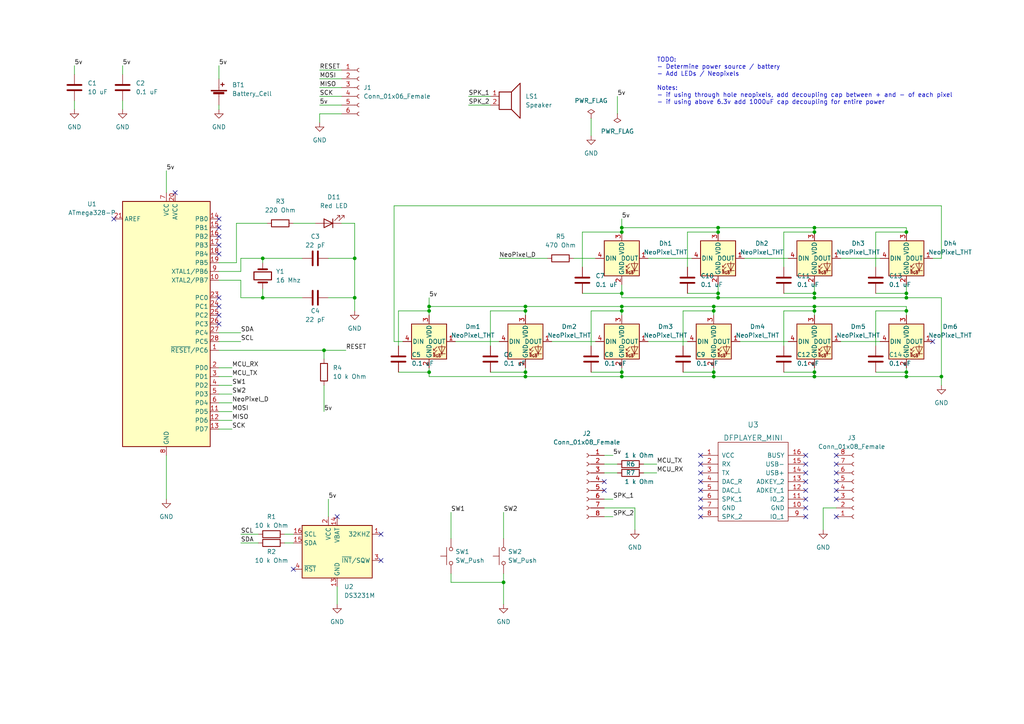
<source format=kicad_sch>
(kicad_sch (version 20211123) (generator eeschema)
  (paper "A4")
  (title_block (title "JoeyFrank - Pimple Clock Circuit") (date "2022-12-23") (rev "1") (company "DCR"))
  (lib_symbols
    (symbol "Connector:Conn_01x06_Female" (pin_names (offset 1.016) hide)
      (property "Reference" "J" (at 0 7.62 0))
      (property "Value" "Conn_01x06_Female" (at 0 -10.16 0))
      (symbol "Conn_01x06_Female_1_1"
        (arc (start 0 -7.112) (mid -0.508 -7.62) (end 0 -8.128) (stroke (width 0.1524)))
        (arc (start 0 -4.572) (mid -0.508 -5.08) (end 0 -5.588) (stroke (width 0.1524)))
        (arc (start 0 -2.032) (mid -0.508 -2.54) (end 0 -3.048) (stroke (width 0.1524)))
        (polyline (pts (xy -1.27 -7.62) (xy -0.508 -7.62)) (stroke (width 0.1524)))
        (polyline (pts (xy -1.27 -5.08) (xy -0.508 -5.08)) (stroke (width 0.1524)))
        (polyline (pts (xy -1.27 -2.54) (xy -0.508 -2.54)) (stroke (width 0.1524)))
        (polyline (pts (xy -1.27 0) (xy -0.508 0)) (stroke (width 0.1524)))
        (polyline (pts (xy -1.27 2.54) (xy -0.508 2.54)) (stroke (width 0.1524)))
        (polyline (pts (xy -1.27 5.08) (xy -0.508 5.08)) (stroke (width 0.1524)))
        (arc (start 0 0.508) (mid -0.508 0) (end 0 -0.508) (stroke (width 0.1524)))
        (arc (start 0 3.048) (mid -0.508 2.54) (end 0 2.032) (stroke (width 0.1524)))
        (arc (start 0 5.588) (mid -0.508 5.08) (end 0 4.572) (stroke (width 0.1524)))
        (pin passive line (at -5.08 5.08 0) (length 3.81) (name "Pin_1") (number "1"))
        (pin passive line (at -5.08 2.54 0) (length 3.81) (name "Pin_2") (number "2"))
        (pin passive line (at -5.08 0 0) (length 3.81) (name "Pin_3") (number "3"))
        (pin passive line (at -5.08 -2.54 0) (length 3.81) (name "Pin_4") (number "4"))
        (pin passive line (at -5.08 -5.08 0) (length 3.81) (name "Pin_5") (number "5"))
        (pin passive line (at -5.08 -7.62 0) (length 3.81) (name "Pin_6") (number "6"))
      )
    )
    (symbol "Connector:Conn_01x08_Female" (pin_names (offset 1.016) hide)
      (property "Reference" "J" (at 0 10.16 0))
      (property "Value" "Conn_01x08_Female" (at 0 -12.7 0))
      (symbol "Conn_01x08_Female_1_1"
        (arc (start 0 -9.652) (mid -0.508 -10.16) (end 0 -10.668) (stroke (width 0.1524)))
        (arc (start 0 -7.112) (mid -0.508 -7.62) (end 0 -8.128) (stroke (width 0.1524)))
        (arc (start 0 -4.572) (mid -0.508 -5.08) (end 0 -5.588) (stroke (width 0.1524)))
        (arc (start 0 -2.032) (mid -0.508 -2.54) (end 0 -3.048) (stroke (width 0.1524)))
        (polyline (pts (xy -1.27 -10.16) (xy -0.508 -10.16)) (stroke (width 0.1524)))
        (polyline (pts (xy -1.27 -7.62) (xy -0.508 -7.62)) (stroke (width 0.1524)))
        (polyline (pts (xy -1.27 -5.08) (xy -0.508 -5.08)) (stroke (width 0.1524)))
        (polyline (pts (xy -1.27 -2.54) (xy -0.508 -2.54)) (stroke (width 0.1524)))
        (polyline (pts (xy -1.27 0) (xy -0.508 0)) (stroke (width 0.1524)))
        (polyline (pts (xy -1.27 2.54) (xy -0.508 2.54)) (stroke (width 0.1524)))
        (polyline (pts (xy -1.27 5.08) (xy -0.508 5.08)) (stroke (width 0.1524)))
        (polyline (pts (xy -1.27 7.62) (xy -0.508 7.62)) (stroke (width 0.1524)))
        (arc (start 0 0.508) (mid -0.508 0) (end 0 -0.508) (stroke (width 0.1524)))
        (arc (start 0 3.048) (mid -0.508 2.54) (end 0 2.032) (stroke (width 0.1524)))
        (arc (start 0 5.588) (mid -0.508 5.08) (end 0 4.572) (stroke (width 0.1524)))
        (arc (start 0 8.128) (mid -0.508 7.62) (end 0 7.112) (stroke (width 0.1524)))
        (pin passive line (at -5.08 7.62 0) (length 3.81) (name "Pin_1") (number "1"))
        (pin passive line (at -5.08 5.08 0) (length 3.81) (name "Pin_2") (number "2"))
        (pin passive line (at -5.08 2.54 0) (length 3.81) (name "Pin_3") (number "3"))
        (pin passive line (at -5.08 0 0) (length 3.81) (name "Pin_4") (number "4"))
        (pin passive line (at -5.08 -2.54 0) (length 3.81) (name "Pin_5") (number "5"))
        (pin passive line (at -5.08 -5.08 0) (length 3.81) (name "Pin_6") (number "6"))
        (pin passive line (at -5.08 -7.62 0) (length 3.81) (name "Pin_7") (number "7"))
        (pin passive line (at -5.08 -10.16 0) (length 3.81) (name "Pin_8") (number "8"))
      )
    )
    (symbol "Device:Battery_Cell" (pin_numbers hide) (pin_names (offset 0) hide)
      (property "Reference" "BT" (at 2.54 2.54 0))
      (property "Value" "Battery_Cell" (at 2.54 0 0))
      (symbol "Battery_Cell_0_1"
        (rectangle (start -2.286 1.778) (end 2.286 1.524) (fill (type outline)))
        (rectangle (start -1.5748 1.1938) (end 1.4732 0.6858) (fill (type outline)))
        (polyline (pts (xy 0 0.762) (xy 0 0)))
        (polyline (pts (xy 0 1.778) (xy 0 2.54)))
        (polyline (pts (xy 0.508 3.429) (xy 1.524 3.429)) (stroke (width 0.254)))
        (polyline (pts (xy 1.016 3.937) (xy 1.016 2.921)) (stroke (width 0.254)))
      )
      (symbol "Battery_Cell_1_1"
        (pin passive line (at 0 5.08 270) (length 2.54) (name "+") (number "1"))
        (pin passive line (at 0 -2.54 90) (length 2.54) (name "-") (number "2"))
      )
    )
    (symbol "Device:C" (pin_numbers hide) (pin_names (offset 0.254))
      (property "Reference" "C" (at 0.635 2.54 0))
      (property "Value" "C" (at 0.635 -2.54 0))
      (symbol "C_0_1"
        (polyline (pts (xy -2.032 -0.762) (xy 2.032 -0.762)) (stroke (width 0.508)))
        (polyline (pts (xy -2.032 0.762) (xy 2.032 0.762)) (stroke (width 0.508)))
      )
      (symbol "C_1_1"
        (pin passive line (at 0 3.81 270) (length 2.794) (name "~") (number "1"))
        (pin passive line (at 0 -3.81 90) (length 2.794) (name "~") (number "2"))
      )
    )
    (symbol "Device:Crystal" (pin_numbers hide) (pin_names (offset 1.016) hide)
      (property "Reference" "Y" (at 0 3.81 0))
      (property "Value" "Crystal" (at 0 -3.81 0))
      (symbol "Crystal_0_1"
        (rectangle (start -1.143 2.54) (end 1.143 -2.54) (stroke (width 0.3048)))
        (polyline (pts (xy -2.54 0) (xy -1.905 0)))
        (polyline (pts (xy -1.905 -1.27) (xy -1.905 1.27)) (stroke (width 0.508)))
        (polyline (pts (xy 1.905 -1.27) (xy 1.905 1.27)) (stroke (width 0.508)))
        (polyline (pts (xy 2.54 0) (xy 1.905 0)))
      )
      (symbol "Crystal_1_1"
        (pin passive line (at -3.81 0 0) (length 1.27) (name "1") (number "1"))
        (pin passive line (at 3.81 0 180) (length 1.27) (name "2") (number "2"))
      )
    )
    (symbol "Device:LED" (pin_numbers hide) (pin_names (offset 1.016) hide)
      (property "Reference" "D" (at 0 2.54 0))
      (property "Value" "LED" (at 0 -2.54 0))
      (symbol "LED_0_1"
        (polyline (pts (xy -1.27 -1.27) (xy -1.27 1.27)) (stroke (width 0.254)))
        (polyline (pts (xy -1.27 0) (xy 1.27 0)))
        (polyline (pts (xy 1.27 -1.27) (xy 1.27 1.27) (xy -1.27 0) (xy 1.27 -1.27)) (stroke (width 0.254)))
        (polyline (pts (xy -3.048 -0.762) (xy -4.572 -2.286) (xy -3.81 -2.286) (xy -4.572 -2.286) (xy -4.572 -1.524)))
        (polyline (pts (xy -1.778 -0.762) (xy -3.302 -2.286) (xy -2.54 -2.286) (xy -3.302 -2.286) (xy -3.302 -1.524)))
      )
      (symbol "LED_1_1"
        (pin passive line (at -3.81 0 0) (length 2.54) (name "K") (number "1"))
        (pin passive line (at 3.81 0 180) (length 2.54) (name "A") (number "2"))
      )
    )
    (symbol "Device:R" (pin_numbers hide) (pin_names (offset 0))
      (property "Reference" "R" (at 2.032 0 90))
      (property "Value" "R" (at 0 0 90))
      (symbol "R_0_1"
        (rectangle (start -1.016 -2.54) (end 1.016 2.54) (stroke (width 0.254)))
      )
      (symbol "R_1_1"
        (pin passive line (at 0 3.81 270) (length 1.27) (name "~") (number "1"))
        (pin passive line (at 0 -3.81 90) (length 1.27) (name "~") (number "2"))
      )
    )
    (symbol "Device:Speaker" (pin_names (offset 0) hide)
      (property "Reference" "LS" (at 1.27 5.715 0))
      (property "Value" "Speaker" (at 1.27 3.81 0))
      (symbol "Speaker_0_0"
        (rectangle (start -2.54 1.27) (end 1.016 -3.81) (stroke (width 0.254)))
        (polyline (pts (xy 1.016 1.27) (xy 3.556 3.81) (xy 3.556 -6.35) (xy 1.016 -3.81)) (stroke (width 0.254)))
      )
      (symbol "Speaker_1_1"
        (pin input line (at -5.08 0 0) (length 2.54) (name "1") (number "1"))
        (pin input line (at -5.08 -2.54 0) (length 2.54) (name "2") (number "2"))
      )
    )
    (symbol "LED:NeoPixel_THT" (pin_names (offset 0.254))
      (property "Reference" "D" (at 5.08 5.715 0))
      (property "Value" "NeoPixel_THT" (at 1.27 -5.715 0))
      (symbol "NeoPixel_THT_0_0"
        (text "RGB" (at 2.286 -4.191 0) (effects (font (size 0.762 0.762))))
      )
      (symbol "NeoPixel_THT_0_1"
        (polyline (pts (xy 1.27 -3.556) (xy 1.778 -3.556)))
        (polyline (pts (xy 1.27 -2.54) (xy 1.778 -2.54)))
        (polyline (pts (xy 4.699 -3.556) (xy 2.667 -3.556)))
        (polyline (pts (xy 2.286 -2.54) (xy 1.27 -3.556) (xy 1.27 -3.048)))
        (polyline (pts (xy 2.286 -1.524) (xy 1.27 -2.54) (xy 1.27 -2.032)))
        (polyline (pts (xy 3.683 -1.016) (xy 3.683 -3.556) (xy 3.683 -4.064)))
        (polyline (pts (xy 4.699 -1.524) (xy 2.667 -1.524) (xy 3.683 -3.556) (xy 4.699 -1.524)))
        (rectangle (start 5.08 5.08) (end -5.08 -5.08) (stroke (width 0.254)) (fill (type background)))
      )
      (symbol "NeoPixel_THT_1_1"
        (pin output line (at 7.62 0 180) (length 2.54) (name "DOUT") (number "1"))
        (pin power_in line (at 0 -7.62 90) (length 2.54) (name "GND") (number "2"))
        (pin power_in line (at 0 7.62 270) (length 2.54) (name "VDD") (number "3"))
        (pin input line (at -7.62 0 0) (length 2.54) (name "DIN") (number "4"))
      )
    )
    (symbol "MCU_Microchip_ATmega:ATmega328-P"
      (property "Reference" "U" (at -12.7 36.83 0))
      (property "Value" "ATmega328-P" (at 2.54 -36.83 0))
      (symbol "ATmega328-P_0_1"
        (rectangle (start -12.7 -35.56) (end 12.7 35.56) (stroke (width 0.254)) (fill (type background)))
      )
      (symbol "ATmega328-P_1_1"
        (pin bidirectional line (at 15.24 -7.62 180) (length 2.54) (name "~{RESET}/PC6") (number "1"))
        (pin bidirectional line (at 15.24 12.7 180) (length 2.54) (name "XTAL2/PB7") (number "10"))
        (pin bidirectional line (at 15.24 -25.4 180) (length 2.54) (name "PD5") (number "11"))
        (pin bidirectional line (at 15.24 -27.94 180) (length 2.54) (name "PD6") (number "12"))
        (pin bidirectional line (at 15.24 -30.48 180) (length 2.54) (name "PD7") (number "13"))
        (pin bidirectional line (at 15.24 30.48 180) (length 2.54) (name "PB0") (number "14"))
        (pin bidirectional line (at 15.24 27.94 180) (length 2.54) (name "PB1") (number "15"))
        (pin bidirectional line (at 15.24 25.4 180) (length 2.54) (name "PB2") (number "16"))
        (pin bidirectional line (at 15.24 22.86 180) (length 2.54) (name "PB3") (number "17"))
        (pin bidirectional line (at 15.24 20.32 180) (length 2.54) (name "PB4") (number "18"))
        (pin bidirectional line (at 15.24 17.78 180) (length 2.54) (name "PB5") (number "19"))
        (pin bidirectional line (at 15.24 -12.7 180) (length 2.54) (name "PD0") (number "2"))
        (pin power_in line (at 2.54 38.1 270) (length 2.54) (name "AVCC") (number "20"))
        (pin passive line (at -15.24 30.48 0) (length 2.54) (name "AREF") (number "21"))
        (pin passive line (at 0 -38.1 90) (length 2.54) hide (name "GND") (number "22"))
        (pin bidirectional line (at 15.24 7.62 180) (length 2.54) (name "PC0") (number "23"))
        (pin bidirectional line (at 15.24 5.08 180) (length 2.54) (name "PC1") (number "24"))
        (pin bidirectional line (at 15.24 2.54 180) (length 2.54) (name "PC2") (number "25"))
        (pin bidirectional line (at 15.24 0 180) (length 2.54) (name "PC3") (number "26"))
        (pin bidirectional line (at 15.24 -2.54 180) (length 2.54) (name "PC4") (number "27"))
        (pin bidirectional line (at 15.24 -5.08 180) (length 2.54) (name "PC5") (number "28"))
        (pin bidirectional line (at 15.24 -15.24 180) (length 2.54) (name "PD1") (number "3"))
        (pin bidirectional line (at 15.24 -17.78 180) (length 2.54) (name "PD2") (number "4"))
        (pin bidirectional line (at 15.24 -20.32 180) (length 2.54) (name "PD3") (number "5"))
        (pin bidirectional line (at 15.24 -22.86 180) (length 2.54) (name "PD4") (number "6"))
        (pin power_in line (at 0 38.1 270) (length 2.54) (name "VCC") (number "7"))
        (pin power_in line (at 0 -38.1 90) (length 2.54) (name "GND") (number "8"))
        (pin bidirectional line (at 15.24 15.24 180) (length 2.54) (name "XTAL1/PB6") (number "9"))
      )
    )
    (symbol "Misc_ICs:DFPLAYER_MINI" (pin_names (offset 1.016))
      (property "Reference" "U" (at 0 -6.35 0))
      (property "Value" "DFPLAYER_MINI" (at 0 11.43 0))
      (symbol "DFPLAYER_MINI_0_1"
        (rectangle (start -10.16 -10.16) (end 10.16 12.7))
      )
      (symbol "DFPLAYER_MINI_1_1"
        (pin input line (at -15.24 8.89 0) (length 5.08) (name "VCC") (number "1"))
        (pin input line (at 15.24 -6.35 180) (length 5.08) (name "GND") (number "10"))
        (pin input line (at 15.24 -3.81 180) (length 5.08) (name "IO_2") (number "11"))
        (pin input line (at 15.24 -1.27 180) (length 5.08) (name "ADKEY_1") (number "12"))
        (pin input line (at 15.24 1.27 180) (length 5.08) (name "ADKEY_2") (number "13"))
        (pin input line (at 15.24 3.81 180) (length 5.08) (name "USB+") (number "14"))
        (pin input line (at 15.24 6.35 180) (length 5.08) (name "USB-") (number "15"))
        (pin input line (at 15.24 8.89 180) (length 5.08) (name "BUSY") (number "16"))
        (pin input line (at -15.24 6.35 0) (length 5.08) (name "RX") (number "2"))
        (pin input line (at -15.24 3.81 0) (length 5.08) (name "TX") (number "3"))
        (pin input line (at -15.24 1.27 0) (length 5.08) (name "DAC_R") (number "4"))
        (pin input line (at -15.24 -1.27 0) (length 5.08) (name "DAC_L") (number "5"))
        (pin input line (at -15.24 -3.81 0) (length 5.08) (name "SPK_1") (number "6"))
        (pin input line (at -15.24 -6.35 0) (length 5.08) (name "GND") (number "7"))
        (pin input line (at -15.24 -8.89 0) (length 5.08) (name "SPK_2") (number "8"))
        (pin input line (at 15.24 -8.89 180) (length 5.08) (name "IO_1") (number "9"))
      )
    )
    (symbol "Switch:SW_Push" (pin_numbers hide) (pin_names (offset 1.016) hide)
      (property "Reference" "SW" (at 1.27 2.54 0))
      (property "Value" "SW_Push" (at 0 -1.524 0))
      (symbol "SW_Push_0_1"
        (circle (center -2.032 0) (radius 0.508))
        (polyline (pts (xy 0 1.27) (xy 0 3.048)))
        (polyline (pts (xy 2.54 1.27) (xy -2.54 1.27)))
        (circle (center 2.032 0) (radius 0.508))
        (pin passive line (at -5.08 0 0) (length 2.54) (name "1") (number "1"))
        (pin passive line (at 5.08 0 180) (length 2.54) (name "2") (number "2"))
      )
    )
    (symbol "Timer_RTC:DS3231M"
      (property "Reference" "U" (at -7.62 8.89 0))
      (property "Value" "DS3231M" (at 10.16 8.89 0))
      (symbol "DS3231M_0_1"
        (rectangle (start -10.16 7.62) (end 10.16 -7.62) (stroke (width 0.254)) (fill (type background)))
      )
      (symbol "DS3231M_1_1"
        (pin open_collector line (at 12.7 5.08 180) (length 2.54) (name "32KHZ") (number "1"))
        (pin passive line (at 0 -10.16 90) (length 2.54) hide (name "GND") (number "10"))
        (pin passive line (at 0 -10.16 90) (length 2.54) hide (name "GND") (number "11"))
        (pin passive line (at 0 -10.16 90) (length 2.54) hide (name "GND") (number "12"))
        (pin power_in line (at 0 -10.16 90) (length 2.54) (name "GND") (number "13"))
        (pin power_in line (at 0 10.16 270) (length 2.54) (name "VBAT") (number "14"))
        (pin bidirectional line (at -12.7 2.54 0) (length 2.54) (name "SDA") (number "15"))
        (pin input line (at -12.7 5.08 0) (length 2.54) (name "SCL") (number "16"))
        (pin power_in line (at -2.54 10.16 270) (length 2.54) (name "VCC") (number "2"))
        (pin open_collector line (at 12.7 -2.54 180) (length 2.54) (name "~{INT}/SQW") (number "3"))
        (pin bidirectional line (at -12.7 -5.08 0) (length 2.54) (name "~{RST}") (number "4"))
        (pin passive line (at 0 -10.16 90) (length 2.54) hide (name "GND") (number "5"))
        (pin passive line (at 0 -10.16 90) (length 2.54) hide (name "GND") (number "6"))
        (pin passive line (at 0 -10.16 90) (length 2.54) hide (name "GND") (number "7"))
        (pin passive line (at 0 -10.16 90) (length 2.54) hide (name "GND") (number "8"))
        (pin passive line (at 0 -10.16 90) (length 2.54) hide (name "GND") (number "9"))
      )
    )
    (symbol "power:GND" (power) (pin_names (offset 0))
      (property "Value" "GND" (at 0 -3.81 0))
      (symbol "GND_0_1"
        (polyline (pts (xy 0 0) (xy 0 -1.27) (xy 1.27 -1.27) (xy 0 -2.54) (xy -1.27 -1.27) (xy 0 -1.27)))
      )
      (symbol "GND_1_1"
        (pin power_in line (at 0 0 270) (length 0) hide (name "GND") (number "1"))
      )
    )
    (symbol "power:PWR_FLAG" (power) (pin_numbers hide) (pin_names (offset 0) hide)
      (property "Value" "PWR_FLAG" (at 0 3.81 0))
      (symbol "PWR_FLAG_0_0"
        (pin power_out line (at 0 0 90) (length 0) (name "pwr") (number "1"))
      )
      (symbol "PWR_FLAG_0_1"
        (polyline (pts (xy 0 0) (xy 0 1.27) (xy -1.016 1.905) (xy 0 2.54) (xy 1.016 1.905) (xy 0 1.27)))
      )
    )
  )
  (junction (at 273.05 109.22))
  (junction (at 152.4 90.17))
  (junction (at 152.4 109.22))
  (junction (at 124.46 88.9))
  (junction (at 124.46 107.95))
  (junction (at 236.22 67.31))
  (junction (at 236.22 107.95))
  (junction (at 208.28 85.09))
  (junction (at 180.34 66.04))
  (junction (at 207.01 90.17))
  (junction (at 180.34 67.31))
  (junction (at 236.22 88.9))
  (junction (at 180.34 109.22))
  (junction (at 102.87 74.93))
  (junction (at 146.05 168.91))
  (junction (at 208.28 66.04))
  (junction (at 76.2 74.93))
  (junction (at 208.28 67.31))
  (junction (at 262.89 86.36))
  (junction (at 102.87 86.36))
  (junction (at 207.01 109.22))
  (junction (at 262.89 109.22))
  (junction (at 180.34 90.17))
  (junction (at 207.01 88.9))
  (junction (at 152.4 88.9))
  (junction (at 262.89 67.31))
  (junction (at 262.89 90.17))
  (junction (at 93.98 101.6))
  (junction (at 180.34 88.9))
  (junction (at 236.22 66.04))
  (junction (at 236.22 86.36))
  (junction (at 207.01 107.95))
  (junction (at 76.2 86.36))
  (junction (at 180.34 107.95))
  (junction (at 236.22 109.22))
  (junction (at 262.89 85.09))
  (junction (at 236.22 85.09))
  (junction (at 152.4 107.95))
  (junction (at 180.34 85.09))
  (junction (at 236.22 90.17))
  (junction (at 208.28 86.36))
  (junction (at 124.46 90.17))
  (junction (at 262.89 107.95))
  (no_connect (at 63.5 93.98))
  (no_connect (at 242.57 134.62))
  (no_connect (at 175.26 139.7))
  (no_connect (at 85.09 165.1))
  (no_connect (at 242.57 144.78))
  (no_connect (at 203.2 149.86))
  (no_connect (at 270.51 99.06))
  (no_connect (at 203.2 137.16))
  (no_connect (at 242.57 137.16))
  (no_connect (at 97.79 149.86))
  (no_connect (at 203.2 139.7))
  (no_connect (at 242.57 149.86))
  (no_connect (at 242.57 132.08))
  (no_connect (at 233.68 137.16))
  (no_connect (at 233.68 149.86))
  (no_connect (at 233.68 139.7))
  (no_connect (at 63.5 66.04))
  (no_connect (at 203.2 132.08))
  (no_connect (at 110.49 154.94))
  (no_connect (at 63.5 71.12))
  (no_connect (at 63.5 68.58))
  (no_connect (at 233.68 147.32))
  (no_connect (at 175.26 142.24))
  (no_connect (at 233.68 144.78))
  (no_connect (at 63.5 88.9))
  (no_connect (at 110.49 162.56))
  (no_connect (at 203.2 144.78))
  (no_connect (at 63.5 73.66))
  (no_connect (at 63.5 63.5))
  (no_connect (at 233.68 134.62))
  (no_connect (at 50.8 55.88))
  (no_connect (at 233.68 142.24))
  (no_connect (at 203.2 142.24))
  (no_connect (at 63.5 91.44))
  (no_connect (at 242.57 142.24))
  (no_connect (at 233.68 132.08))
  (no_connect (at 242.57 139.7))
  (no_connect (at 203.2 147.32))
  (no_connect (at 63.5 86.36))
  (no_connect (at 33.02 63.5))
  (no_connect (at 203.2 134.62))
  (wire (pts (xy 76.2 86.36) (xy 76.2 83.82)))
  (wire (pts (xy 273.05 59.69) (xy 114.3 59.69)))
  (wire (pts (xy 160.02 99.06) (xy 172.72 99.06)))
  (wire (pts (xy 180.34 82.55) (xy 180.34 85.09)))
  (wire (pts (xy 85.09 64.77) (xy 91.44 64.77)))
  (wire (pts (xy 215.9 74.93) (xy 228.6 74.93)))
  (wire (pts (xy 63.5 114.3) (xy 67.31 114.3)))
  (wire (pts (xy 166.37 74.93) (xy 172.72 74.93)))
  (wire (pts (xy 262.89 85.09) (xy 262.89 86.36)))
  (wire (pts (xy 142.24 107.95) (xy 152.4 107.95)))
  (wire (pts (xy 63.5 116.84) (xy 67.31 116.84)))
  (wire (pts (xy 236.22 82.55) (xy 236.22 85.09)))
  (wire (pts (xy 152.4 88.9) (xy 180.34 88.9)))
  (wire (pts (xy 63.5 76.2) (xy 68.58 76.2)))
  (wire (pts (xy 69.85 81.28) (xy 69.85 86.36)))
  (wire (pts (xy 207.01 109.22) (xy 236.22 109.22)))
  (wire (pts (xy 63.5 81.28) (xy 69.85 81.28)))
  (wire (pts (xy 63.5 124.46) (xy 67.31 124.46)))
  (wire (pts (xy 198.12 90.17) (xy 207.01 90.17)))
  (wire (pts (xy 130.81 148.59) (xy 130.81 156.21)))
  (wire (pts (xy 254 100.33) (xy 254 90.17)))
  (wire (pts (xy 199.39 85.09) (xy 208.28 85.09)))
  (wire (pts (xy 236.22 106.68) (xy 236.22 107.95)))
  (wire (pts (xy 227.33 77.47) (xy 227.33 67.31)))
  (wire (pts (xy 254 85.09) (xy 262.89 85.09)))
  (wire (pts (xy 35.56 19.05) (xy 35.56 21.59)))
  (wire (pts (xy 227.33 85.09) (xy 236.22 85.09)))
  (wire (pts (xy 115.57 90.17) (xy 124.46 90.17)))
  (wire (pts (xy 63.5 99.06) (xy 69.85 99.06)))
  (wire (pts (xy 142.24 90.17) (xy 152.4 90.17)))
  (wire (pts (xy 142.24 100.33) (xy 142.24 90.17)))
  (wire (pts (xy 180.34 63.5) (xy 180.34 66.04)))
  (wire (pts (xy 243.84 99.06) (xy 255.27 99.06)))
  (wire (pts (xy 180.34 66.04) (xy 180.34 67.31)))
  (wire (pts (xy 175.26 132.08) (xy 177.8 132.08)))
  (wire (pts (xy 135.89 27.94) (xy 142.24 27.94)))
  (wire (pts (xy 168.91 77.47) (xy 168.91 67.31)))
  (wire (pts (xy 92.71 35.56) (xy 92.71 33.02)))
  (wire (pts (xy 146.05 148.59) (xy 146.05 156.21)))
  (wire (pts (xy 92.71 27.94) (xy 99.06 27.94)))
  (wire (pts (xy 76.2 86.36) (xy 87.63 86.36)))
  (wire (pts (xy 208.28 82.55) (xy 208.28 85.09)))
  (wire (pts (xy 132.08 99.06) (xy 144.78 99.06)))
  (wire (pts (xy 243.84 74.93) (xy 255.27 74.93)))
  (wire (pts (xy 171.45 107.95) (xy 180.34 107.95)))
  (wire (pts (xy 262.89 91.44) (xy 262.89 90.17)))
  (wire (pts (xy 124.46 88.9) (xy 124.46 90.17)))
  (wire (pts (xy 207.01 91.44) (xy 207.01 90.17)))
  (wire (pts (xy 208.28 67.31) (xy 208.28 66.04)))
  (wire (pts (xy 63.5 121.92) (xy 67.31 121.92)))
  (wire (pts (xy 262.89 109.22) (xy 273.05 109.22)))
  (wire (pts (xy 130.81 166.37) (xy 130.81 168.91)))
  (wire (pts (xy 102.87 86.36) (xy 102.87 90.17)))
  (wire (pts (xy 262.89 107.95) (xy 262.89 109.22)))
  (wire (pts (xy 236.22 86.36) (xy 262.89 86.36)))
  (wire (pts (xy 48.26 49.53) (xy 48.26 55.88)))
  (wire (pts (xy 63.5 106.68) (xy 67.31 106.68)))
  (wire (pts (xy 92.71 30.48) (xy 99.06 30.48)))
  (wire (pts (xy 175.26 137.16) (xy 179.07 137.16)))
  (wire (pts (xy 207.01 90.17) (xy 207.01 88.9)))
  (wire (pts (xy 63.5 111.76) (xy 67.31 111.76)))
  (wire (pts (xy 187.96 99.06) (xy 199.39 99.06)))
  (wire (pts (xy 124.46 109.22) (xy 152.4 109.22)))
  (wire (pts (xy 63.5 109.22) (xy 67.31 109.22)))
  (wire (pts (xy 168.91 85.09) (xy 180.34 85.09)))
  (wire (pts (xy 207.01 88.9) (xy 236.22 88.9)))
  (wire (pts (xy 99.06 64.77) (xy 102.87 64.77)))
  (wire (pts (xy 175.26 134.62) (xy 179.07 134.62)))
  (wire (pts (xy 63.5 19.05) (xy 63.5 22.86)))
  (wire (pts (xy 48.26 132.08) (xy 48.26 144.78)))
  (wire (pts (xy 69.85 86.36) (xy 76.2 86.36)))
  (wire (pts (xy 93.98 101.6) (xy 93.98 104.14)))
  (wire (pts (xy 152.4 91.44) (xy 152.4 90.17)))
  (wire (pts (xy 152.4 90.17) (xy 152.4 88.9)))
  (wire (pts (xy 69.85 78.74) (xy 69.85 74.93)))
  (wire (pts (xy 236.22 109.22) (xy 262.89 109.22)))
  (wire (pts (xy 179.07 27.94) (xy 179.07 33.02)))
  (wire (pts (xy 180.34 85.09) (xy 180.34 86.36)))
  (wire (pts (xy 114.3 99.06) (xy 116.84 99.06)))
  (wire (pts (xy 102.87 74.93) (xy 102.87 86.36)))
  (wire (pts (xy 124.46 106.68) (xy 124.46 107.95)))
  (wire (pts (xy 198.12 100.33) (xy 198.12 90.17)))
  (wire (pts (xy 76.2 74.93) (xy 87.63 74.93)))
  (wire (pts (xy 236.22 90.17) (xy 236.22 88.9)))
  (wire (pts (xy 262.89 90.17) (xy 262.89 88.9)))
  (wire (pts (xy 175.26 147.32) (xy 184.15 147.32)))
  (wire (pts (xy 63.5 78.74) (xy 69.85 78.74)))
  (wire (pts (xy 35.56 29.21) (xy 35.56 31.75)))
  (wire (pts (xy 180.34 106.68) (xy 180.34 107.95)))
  (wire (pts (xy 146.05 166.37) (xy 146.05 168.91)))
  (wire (pts (xy 171.45 90.17) (xy 180.34 90.17)))
  (wire (pts (xy 69.85 154.94) (xy 74.93 154.94)))
  (wire (pts (xy 184.15 147.32) (xy 184.15 153.67)))
  (wire (pts (xy 186.69 134.62) (xy 190.5 134.62)))
  (wire (pts (xy 114.3 59.69) (xy 114.3 99.06)))
  (wire (pts (xy 180.34 107.95) (xy 180.34 109.22)))
  (wire (pts (xy 82.55 157.48) (xy 85.09 157.48)))
  (wire (pts (xy 227.33 90.17) (xy 236.22 90.17)))
  (wire (pts (xy 227.33 67.31) (xy 236.22 67.31)))
  (wire (pts (xy 236.22 107.95) (xy 236.22 109.22)))
  (wire (pts (xy 180.34 90.17) (xy 180.34 91.44)))
  (wire (pts (xy 168.91 67.31) (xy 180.34 67.31)))
  (wire (pts (xy 76.2 76.2) (xy 76.2 74.93)))
  (wire (pts (xy 146.05 168.91) (xy 146.05 175.26)))
  (wire (pts (xy 227.33 100.33) (xy 227.33 90.17)))
  (wire (pts (xy 152.4 107.95) (xy 152.4 109.22)))
  (wire (pts (xy 97.79 170.18) (xy 97.79 175.26)))
  (wire (pts (xy 152.4 106.68) (xy 152.4 107.95)))
  (wire (pts (xy 238.76 147.32) (xy 242.57 147.32)))
  (wire (pts (xy 208.28 86.36) (xy 236.22 86.36)))
  (wire (pts (xy 254 77.47) (xy 254 67.31)))
  (wire (pts (xy 273.05 74.93) (xy 273.05 59.69)))
  (wire (pts (xy 180.34 88.9) (xy 207.01 88.9)))
  (wire (pts (xy 236.22 66.04) (xy 208.28 66.04)))
  (wire (pts (xy 95.25 144.78) (xy 95.25 149.86)))
  (wire (pts (xy 82.55 154.94) (xy 85.09 154.94)))
  (wire (pts (xy 270.51 74.93) (xy 273.05 74.93)))
  (wire (pts (xy 236.22 85.09) (xy 236.22 86.36)))
  (wire (pts (xy 144.78 74.93) (xy 158.75 74.93)))
  (wire (pts (xy 208.28 66.04) (xy 180.34 66.04)))
  (wire (pts (xy 124.46 86.36) (xy 124.46 88.9)))
  (wire (pts (xy 262.89 66.04) (xy 236.22 66.04)))
  (wire (pts (xy 208.28 85.09) (xy 208.28 86.36)))
  (wire (pts (xy 93.98 101.6) (xy 100.33 101.6)))
  (wire (pts (xy 92.71 25.4) (xy 99.06 25.4)))
  (wire (pts (xy 152.4 88.9) (xy 124.46 88.9)))
  (wire (pts (xy 152.4 109.22) (xy 180.34 109.22)))
  (wire (pts (xy 254 67.31) (xy 262.89 67.31)))
  (wire (pts (xy 207.01 106.68) (xy 207.01 107.95)))
  (wire (pts (xy 180.34 88.9) (xy 180.34 90.17)))
  (wire (pts (xy 262.89 86.36) (xy 273.05 86.36)))
  (wire (pts (xy 93.98 111.76) (xy 93.98 119.38)))
  (wire (pts (xy 63.5 101.6) (xy 93.98 101.6)))
  (wire (pts (xy 273.05 86.36) (xy 273.05 109.22)))
  (wire (pts (xy 262.89 67.31) (xy 262.89 66.04)))
  (wire (pts (xy 238.76 147.32) (xy 238.76 153.67)))
  (wire (pts (xy 115.57 100.33) (xy 115.57 90.17)))
  (wire (pts (xy 199.39 77.47) (xy 199.39 67.31)))
  (wire (pts (xy 187.96 74.93) (xy 200.66 74.93)))
  (wire (pts (xy 63.5 119.38) (xy 67.31 119.38)))
  (wire (pts (xy 198.12 107.95) (xy 207.01 107.95)))
  (wire (pts (xy 262.89 82.55) (xy 262.89 85.09)))
  (wire (pts (xy 236.22 67.31) (xy 236.22 66.04)))
  (wire (pts (xy 63.5 96.52) (xy 69.85 96.52)))
  (wire (pts (xy 199.39 67.31) (xy 208.28 67.31)))
  (wire (pts (xy 69.85 157.48) (xy 74.93 157.48)))
  (wire (pts (xy 254 107.95) (xy 262.89 107.95)))
  (wire (pts (xy 69.85 74.93) (xy 76.2 74.93)))
  (wire (pts (xy 92.71 33.02) (xy 99.06 33.02)))
  (wire (pts (xy 262.89 88.9) (xy 236.22 88.9)))
  (wire (pts (xy 68.58 76.2) (xy 68.58 64.77)))
  (wire (pts (xy 207.01 107.95) (xy 207.01 109.22)))
  (wire (pts (xy 186.69 137.16) (xy 190.5 137.16)))
  (wire (pts (xy 180.34 86.36) (xy 208.28 86.36)))
  (wire (pts (xy 95.25 86.36) (xy 102.87 86.36)))
  (wire (pts (xy 124.46 90.17) (xy 124.46 91.44)))
  (wire (pts (xy 92.71 20.32) (xy 99.06 20.32)))
  (wire (pts (xy 262.89 106.68) (xy 262.89 107.95)))
  (wire (pts (xy 171.45 34.29) (xy 171.45 39.37)))
  (wire (pts (xy 115.57 107.95) (xy 124.46 107.95)))
  (wire (pts (xy 63.5 30.48) (xy 63.5 31.75)))
  (wire (pts (xy 175.26 149.86) (xy 177.8 149.86)))
  (wire (pts (xy 102.87 64.77) (xy 102.87 74.93)))
  (wire (pts (xy 227.33 107.95) (xy 236.22 107.95)))
  (wire (pts (xy 214.63 99.06) (xy 228.6 99.06)))
  (wire (pts (xy 254 90.17) (xy 262.89 90.17)))
  (wire (pts (xy 171.45 100.33) (xy 171.45 90.17)))
  (wire (pts (xy 92.71 22.86) (xy 99.06 22.86)))
  (wire (pts (xy 273.05 109.22) (xy 273.05 111.76)))
  (wire (pts (xy 21.59 19.05) (xy 21.59 21.59)))
  (wire (pts (xy 175.26 144.78) (xy 177.8 144.78)))
  (wire (pts (xy 124.46 107.95) (xy 124.46 109.22)))
  (wire (pts (xy 68.58 64.77) (xy 77.47 64.77)))
  (wire (pts (xy 135.89 30.48) (xy 142.24 30.48)))
  (wire (pts (xy 130.81 168.91) (xy 146.05 168.91)))
  (wire (pts (xy 21.59 29.21) (xy 21.59 31.75)))
  (wire (pts (xy 236.22 91.44) (xy 236.22 90.17)))
  (wire (pts (xy 180.34 109.22) (xy 207.01 109.22)))
  (wire (pts (xy 95.25 74.93) (xy 102.87 74.93)))
  (text "TODO: \n- Determine power source / battery\n- Add LEDs / Neopixels\n\nNotes:\n- if using through hole neopixels, add decoupling cap between + and - of each pixel\n- if using above 6.3v add 1000uF cap decoupling for entire power" (at 190.5 30.48 0) (effects (font (size 1.27 1.27)) (justify left bottom)))
  (label "SCK" (at 67.31 124.46 0))
  (label "MISO" (at 67.31 121.92 0))
  (label "MISO" (at 92.71 25.4 0))
  (label "5v" (at 21.59 19.05 0))
  (label "SDA" (at 69.85 157.48 0))
  (label "MCU_TX" (at 190.5 134.62 0))
  (label "MOSI" (at 67.31 119.38 0))
  (label "RESET" (at 92.71 20.32 0))
  (label "SPK_1" (at 135.89 27.94 0))
  (label "SW2" (at 67.31 114.3 0))
  (label "SCK" (at 92.71 27.94 0))
  (label "SCL" (at 69.85 99.06 0))
  (label "5v" (at 48.26 49.53 0))
  (label "MOSI" (at 92.71 22.86 0))
  (label "5v" (at 95.25 144.78 0))
  (label "MCU_RX" (at 190.5 137.16 0))
  (label "SPK_2" (at 135.89 30.48 0))
  (label "5v" (at 124.46 86.36 0))
  (label "5v" (at 180.34 63.5 0))
  (label "SPK_1" (at 177.8 144.78 0))
  (label "MCU_TX" (at 67.31 109.22 0))
  (label "RESET" (at 100.33 101.6 0))
  (label "MCU_RX" (at 67.31 106.68 0))
  (label "NeoPixel_D" (at 144.78 74.93 0))
  (label "NeoPixel_D" (at 67.31 116.84 0))
  (label "5v" (at 35.56 19.05 0))
  (label "SCL" (at 69.85 154.94 0))
  (label "5v" (at 63.5 19.05 0))
  (label "SW2" (at 146.05 148.59 0))
  (label "5v" (at 177.8 132.08 0))
  (label "5v" (at 93.98 119.38 0))
  (label "SW1" (at 130.81 148.59 0))
  (label "SDA" (at 69.85 96.52 0))
  (label "SPK_2" (at 177.8 149.86 0))
  (label "5v" (at 179.07 27.94 0))
  (label "SW1" (at 67.31 111.76 0))
  (label "5v" (at 92.71 30.48 0))
  (symbol (lib_id "Misc_ICs:DFPLAYER_MINI") (at 218.44 140.97 0) (unit 1) (in_bom no) (on_board no)
    (property "Reference" "U3" (at 218.44 123.19 0) (effects (font (size 1.524 1.524))))
    (property "Value" "DFPLAYER_MINI" (at 218.44 127 0) (effects (font (size 1.524 1.524))))
  )
  (symbol (lib_id "Device:LED") (at 95.25 64.77 180) (unit 1)
    (property "Reference" "D11" (at 96.8375 57.15 0))
    (property "Value" "Red LED" (at 96.8375 59.69 0))
    (property "Footprint" "LED_SMD:LED_0805_2012Metric" (effects hide))
  )
  (symbol (lib_id "Device:C") (at 254 104.14 0) (unit 1)
    (property "Reference" "C14" (at 257.81 102.8699 0) (effects (justify left)))
    (property "Value" "0.1 uF" (at 257.81 105.4099 0) (effects (justify left)))
    (property "Footprint" "Capacitor_SMD:C_0805_2012Metric" (effects hide))
  )
  (symbol (lib_id "LED:NeoPixel_THT") (at 152.4 99.06 0) (unit 1)
    (property "Reference" "Dm2" (at 165.1 94.7293 0))
    (property "Value" "NeoPixel_THT" (at 165.1 97.2693 0))
    (property "Footprint" "LED_SMD:LED_WS2812B-2020_PLCC4_2.0x2.0mm" (effects hide))
    (property "Datasheet" "https://www.adafruit.com/product/1938" (effects hide))
  )
  (symbol (lib_id "MCU_Microchip_ATmega:ATmega328-P") (at 48.26 93.98 0) (unit 1)
    (property "Reference" "U1" (at 26.67 59.1693 0))
    (property "Value" "ATmega328-P" (at 26.67 61.7093 0))
    (property "Footprint" "Package_DIP:DIP-28_W7.62mm" (effects hide))
    (property "Datasheet" "http://ww1.microchip.com/downloads/en/DeviceDoc/ATmega328_P%20AVR%20MCU%20with%20picoPower%20Technology%20Data%20Sheet%2040001984A.pdf" (effects hide))
  )
  (symbol (lib_id "power:PWR_FLAG") (at 179.07 33.02 180) (unit 1)
    (property "Reference" "#FLG0102" (effects hide))
    (property "Value" "PWR_FLAG" (at 179.07 38.1 0))
  )
  (symbol (lib_id "Device:C") (at 254 81.28 0) (unit 1)
    (property "Reference" "C13" (at 257.81 80.0099 0) (effects (justify left)))
    (property "Value" "0.1 uF" (at 257.81 82.5499 0) (effects (justify left)))
    (property "Footprint" "Capacitor_SMD:C_0805_2012Metric" (effects hide))
  )
  (symbol (lib_id "Switch:SW_Push") (at 146.05 161.29 90) (unit 1)
    (property "Reference" "SW2" (at 147.32 160.0199 90) (effects (justify right)))
    (property "Value" "SW_Push" (at 147.32 162.5599 90) (effects (justify right)))
    (property "Footprint" "Button_Switch_SMD:SW_SPST_B3S-1100" (effects hide))
  )
  (symbol (lib_id "Device:R") (at 78.74 154.94 90) (unit 1)
    (property "Reference" "R1" (at 78.74 149.86 90))
    (property "Value" "10 k Ohm" (at 78.74 152.4 90))
    (property "Footprint" "Resistor_SMD:R_0805_2012Metric" (effects hide))
  )
  (symbol (lib_id "Device:C") (at 199.39 81.28 0) (unit 1)
    (property "Reference" "C10" (at 203.2 80.0099 0) (effects (justify left)))
    (property "Value" "0.1 uF" (at 203.2 82.5499 0) (effects (justify left)))
    (property "Footprint" "Capacitor_SMD:C_0805_2012Metric" (effects hide))
  )
  (symbol (lib_id "LED:NeoPixel_THT") (at 124.46 99.06 0) (unit 1)
    (property "Reference" "Dm1" (at 137.16 94.7293 0))
    (property "Value" "NeoPixel_THT" (at 137.16 97.2693 0))
    (property "Footprint" "LED_SMD:LED_WS2812B-2020_PLCC4_2.0x2.0mm" (effects hide))
    (property "Datasheet" "https://www.adafruit.com/product/1938" (effects hide))
  )
  (symbol (lib_id "power:GND") (at 171.45 39.37 0) (unit 1)
    (property "Reference" "#PWR0101" (effects hide))
    (property "Value" "GND" (at 171.45 44.45 0))
  )
  (symbol (lib_id "LED:NeoPixel_THT") (at 236.22 74.93 0) (unit 1)
    (property "Reference" "Dh3" (at 248.92 70.5993 0))
    (property "Value" "NeoPixel_THT" (at 248.92 73.1393 0))
    (property "Footprint" "LED_SMD:LED_WS2812B-2020_PLCC4_2.0x2.0mm" (effects hide))
    (property "Datasheet" "https://www.adafruit.com/product/1938" (effects hide))
  )
  (symbol (lib_id "Device:C") (at 168.91 81.28 0) (unit 1)
    (property "Reference" "C7" (at 172.72 80.0099 0) (effects (justify left)))
    (property "Value" "0.1 uF" (at 172.72 82.5499 0) (effects (justify left)))
    (property "Footprint" "Capacitor_SMD:C_0805_2012Metric" (effects hide))
  )
  (symbol (lib_id "Switch:SW_Push") (at 130.81 161.29 90) (unit 1)
    (property "Reference" "SW1" (at 132.08 160.0199 90) (effects (justify right)))
    (property "Value" "SW_Push" (at 132.08 162.5599 90) (effects (justify right)))
    (property "Footprint" "Button_Switch_SMD:SW_SPST_B3S-1100" (effects hide))
  )
  (symbol (lib_id "Device:C") (at 35.56 25.4 0) (unit 1)
    (property "Reference" "C2" (at 39.37 24.1299 0) (effects (justify left)))
    (property "Value" "0.1 uF" (at 39.37 26.6699 0) (effects (justify left)))
    (property "Footprint" "Capacitor_SMD:C_0805_2012Metric" (effects hide))
  )
  (symbol (lib_id "power:PWR_FLAG") (at 171.45 34.29 0) (unit 1)
    (property "Reference" "#FLG0101" (effects hide))
    (property "Value" "PWR_FLAG" (at 171.45 29.21 0))
  )
  (symbol (lib_id "Device:R") (at 78.74 157.48 90) (unit 1)
    (property "Reference" "R2" (at 78.74 160.02 90))
    (property "Value" "10 k Ohm" (at 78.74 162.56 90))
    (property "Footprint" "Resistor_SMD:R_0805_2012Metric" (effects hide))
  )
  (symbol (lib_id "Device:C") (at 171.45 104.14 0) (unit 1)
    (property "Reference" "C8" (at 175.26 102.8699 0) (effects (justify left)))
    (property "Value" "0.1 uF" (at 175.26 105.4099 0) (effects (justify left)))
    (property "Footprint" "Capacitor_SMD:C_0805_2012Metric" (effects hide))
  )
  (symbol (lib_id "Device:R") (at 182.88 137.16 90) (unit 1)
    (property "Reference" "R7" (at 182.88 137.16 90))
    (property "Value" "1 k Ohm" (at 185.42 139.7 90))
    (property "Footprint" "Resistor_SMD:R_0805_2012Metric" (effects hide))
  )
  (symbol (lib_id "Device:C") (at 115.57 104.14 0) (unit 1)
    (property "Reference" "C5" (at 119.38 102.8699 0) (effects (justify left)))
    (property "Value" "0.1 uF" (at 119.38 105.4099 0) (effects (justify left)))
    (property "Footprint" "Capacitor_SMD:C_0805_2012Metric" (effects hide))
  )
  (symbol (lib_id "power:GND") (at 92.71 35.56 0) (unit 1)
    (property "Reference" "#PWR05" (effects hide))
    (property "Value" "GND" (at 92.71 40.64 0))
  )
  (symbol (lib_id "power:GND") (at 273.05 111.76 0) (unit 1)
    (property "Reference" "#PWR011" (effects hide))
    (property "Value" "GND" (at 273.05 116.84 0))
  )
  (symbol (lib_id "Device:C") (at 198.12 104.14 0) (unit 1)
    (property "Reference" "C9" (at 201.93 102.8699 0) (effects (justify left)))
    (property "Value" "0.1 uF" (at 201.93 105.4099 0) (effects (justify left)))
    (property "Footprint" "Capacitor_SMD:C_0805_2012Metric" (effects hide))
  )
  (symbol (lib_id "LED:NeoPixel_THT") (at 180.34 74.93 0) (unit 1)
    (property "Reference" "Dh1" (at 193.04 70.5993 0))
    (property "Value" "NeoPixel_THT" (at 193.04 73.1393 0))
    (property "Footprint" "LED_SMD:LED_WS2812B-2020_PLCC4_2.0x2.0mm" (effects hide))
    (property "Datasheet" "https://www.adafruit.com/product/1938" (effects hide))
  )
  (symbol (lib_id "LED:NeoPixel_THT") (at 262.89 74.93 0) (unit 1)
    (property "Reference" "Dh4" (at 275.59 70.5993 0))
    (property "Value" "NeoPixel_THT" (at 275.59 73.1393 0))
    (property "Footprint" "LED_SMD:LED_WS2812B-2020_PLCC4_2.0x2.0mm" (effects hide))
    (property "Datasheet" "https://www.adafruit.com/product/1938" (effects hide))
  )
  (symbol (lib_id "Device:Speaker") (at 147.32 27.94 0) (unit 1)
    (property "Reference" "LS1" (at 152.4 27.9399 0) (effects (justify left)))
    (property "Value" "Speaker" (at 152.4 30.4799 0) (effects (justify left)))
  )
  (symbol (lib_id "power:GND") (at 63.5 31.75 0) (unit 1)
    (property "Reference" "#PWR04" (effects hide))
    (property "Value" "GND" (at 63.5 36.83 0))
  )
  (symbol (lib_id "Connector:Conn_01x06_Female") (at 104.14 25.4 0) (unit 1)
    (property "Reference" "J1" (at 105.41 25.3999 0) (effects (justify left)))
    (property "Value" "Conn_01x06_Female" (at 105.41 27.9399 0) (effects (justify left)))
    (property "Footprint" "Connector_PinSocket_2.54mm:PinSocket_1x06_P2.54mm_Horizontal" (effects hide))
  )
  (symbol (lib_id "LED:NeoPixel_THT") (at 236.22 99.06 0) (unit 1)
    (property "Reference" "Dm5" (at 248.92 94.7293 0))
    (property "Value" "NeoPixel_THT" (at 248.92 97.2693 0))
    (property "Footprint" "LED_SMD:LED_WS2812B-2020_PLCC4_2.0x2.0mm" (effects hide))
    (property "Datasheet" "https://www.adafruit.com/product/1938" (effects hide))
  )
  (symbol (lib_id "Device:C") (at 91.44 74.93 90) (unit 1)
    (property "Reference" "C3" (at 91.44 68.58 90))
    (property "Value" "22 pF" (at 91.44 71.12 90))
    (property "Footprint" "Capacitor_SMD:C_0805_2012Metric" (effects hide))
  )
  (symbol (lib_id "Device:R") (at 182.88 134.62 90) (unit 1)
    (property "Reference" "R6" (at 182.88 134.62 90))
    (property "Value" "1 k Ohm" (at 185.42 132.08 90))
    (property "Footprint" "Resistor_SMD:R_0805_2012Metric" (effects hide))
  )
  (symbol (lib_id "Device:C") (at 91.44 86.36 90) (unit 1)
    (property "Reference" "C4" (at 91.44 90.17 90))
    (property "Value" "22 pF" (at 91.44 92.71 90))
    (property "Footprint" "Capacitor_SMD:C_0805_2012Metric" (effects hide))
  )
  (symbol (lib_id "power:GND") (at 48.26 144.78 0) (unit 1)
    (property "Reference" "#PWR03" (effects hide))
    (property "Value" "GND" (at 48.26 149.86 0))
  )
  (symbol (lib_id "Device:R") (at 81.28 64.77 90) (unit 1)
    (property "Reference" "R3" (at 81.28 58.42 90))
    (property "Value" "220 Ohm" (at 81.28 60.96 90))
    (property "Footprint" "Resistor_SMD:R_0805_2012Metric" (effects hide))
  )
  (symbol (lib_id "Connector:Conn_01x08_Female") (at 170.18 139.7 0) (mirror y) (unit 1)
    (property "Reference" "J2" (at 170.18 125.73 0))
    (property "Value" "Conn_01x08_Female" (at 170.18 128.27 0))
    (property "Footprint" "Connector_PinSocket_2.54mm:PinSocket_1x08_P2.54mm_Horizontal" (effects hide))
  )
  (symbol (lib_id "LED:NeoPixel_THT") (at 208.28 74.93 0) (unit 1)
    (property "Reference" "Dh2" (at 220.98 70.5993 0))
    (property "Value" "NeoPixel_THT" (at 220.98 73.1393 0))
    (property "Footprint" "LED_SMD:LED_WS2812B-2020_PLCC4_2.0x2.0mm" (effects hide))
    (property "Datasheet" "https://www.adafruit.com/product/1938" (effects hide))
  )
  (symbol (lib_id "Device:C") (at 227.33 104.14 0) (unit 1)
    (property "Reference" "C12" (at 231.14 102.8699 0) (effects (justify left)))
    (property "Value" "0.1 uF" (at 231.14 105.4099 0) (effects (justify left)))
    (property "Footprint" "Capacitor_SMD:C_0805_2012Metric" (effects hide))
  )
  (symbol (lib_id "Device:C") (at 21.59 25.4 0) (unit 1)
    (property "Reference" "C1" (at 25.4 24.1299 0) (effects (justify left)))
    (property "Value" "10 uF" (at 25.4 26.6699 0) (effects (justify left)))
    (property "Footprint" "Capacitor_SMD:C_0805_2012Metric" (effects hide))
  )
  (symbol (lib_id "Device:C") (at 142.24 104.14 0) (unit 1)
    (property "Reference" "C6" (at 146.05 102.8699 0) (effects (justify left)))
    (property "Value" "0.1 uF" (at 146.05 105.4099 0) (effects (justify left)))
    (property "Footprint" "Capacitor_SMD:C_0805_2012Metric" (effects hide))
  )
  (symbol (lib_id "LED:NeoPixel_THT") (at 262.89 99.06 0) (unit 1)
    (property "Reference" "Dm6" (at 275.59 94.7293 0))
    (property "Value" "NeoPixel_THT" (at 275.59 97.2693 0))
    (property "Footprint" "LED_SMD:LED_WS2812B-2020_PLCC4_2.0x2.0mm" (effects hide))
    (property "Datasheet" "https://www.adafruit.com/product/1938" (effects hide))
  )
  (symbol (lib_id "Device:Crystal") (at 76.2 80.01 90) (unit 1)
    (property "Reference" "Y1" (at 80.01 78.7399 90) (effects (justify right)))
    (property "Value" "16 Mhz" (at 80.01 81.2799 90) (effects (justify right)))
    (property "Footprint" "Crystal:Crystal_SMD_7050-2Pin_7.0x5.0mm" (effects hide))
  )
  (symbol (lib_id "power:GND") (at 97.79 175.26 0) (unit 1)
    (property "Reference" "#PWR06" (effects hide))
    (property "Value" "GND" (at 97.79 180.34 0))
  )
  (symbol (lib_id "Connector:Conn_01x08_Female") (at 247.65 142.24 0) (mirror x) (unit 1)
    (property "Reference" "J3" (at 247.015 127 0))
    (property "Value" "Conn_01x08_Female" (at 247.015 129.54 0))
    (property "Footprint" "Connector_PinSocket_2.54mm:PinSocket_1x08_P2.54mm_Horizontal" (effects hide))
  )
  (symbol (lib_id "LED:NeoPixel_THT") (at 180.34 99.06 0) (unit 1)
    (property "Reference" "Dm3" (at 193.04 94.7293 0))
    (property "Value" "NeoPixel_THT" (at 193.04 97.2693 0))
    (property "Footprint" "LED_SMD:LED_WS2812B-2020_PLCC4_2.0x2.0mm" (effects hide))
    (property "Datasheet" "https://www.adafruit.com/product/1938" (effects hide))
  )
  (symbol (lib_id "power:GND") (at 146.05 175.26 0) (unit 1)
    (property "Reference" "#PWR08" (effects hide))
    (property "Value" "GND" (at 146.05 180.34 0))
  )
  (symbol (lib_id "Timer_RTC:DS3231M") (at 97.79 160.02 0) (unit 1)
    (property "Reference" "U2" (at 99.8094 170.18 0) (effects (justify left)))
    (property "Value" "DS3231M" (at 99.8094 172.72 0) (effects (justify left)))
    (property "Footprint" "Package_SO:SOIC-16W_7.5x10.3mm_P1.27mm" (effects hide))
    (property "Datasheet" "http://datasheets.maximintegrated.com/en/ds/DS3231.pdf" (effects hide))
  )
  (symbol (lib_id "power:GND") (at 102.87 90.17 0) (unit 1)
    (property "Reference" "#PWR07" (effects hide))
    (property "Value" "GND" (at 102.87 95.25 0))
  )
  (symbol (lib_id "Device:R") (at 93.98 107.95 0) (unit 1)
    (property "Reference" "R4" (at 96.52 106.6799 0) (effects (justify left)))
    (property "Value" "10 k Ohm" (at 96.52 109.2199 0) (effects (justify left)))
    (property "Footprint" "Resistor_SMD:R_0805_2012Metric" (effects hide))
  )
  (symbol (lib_id "Device:C") (at 227.33 81.28 0) (unit 1)
    (property "Reference" "C11" (at 231.14 80.0099 0) (effects (justify left)))
    (property "Value" "0.1 uF" (at 231.14 82.5499 0) (effects (justify left)))
    (property "Footprint" "Capacitor_SMD:C_0805_2012Metric" (effects hide))
  )
  (symbol (lib_id "Device:R") (at 162.56 74.93 90) (unit 1)
    (property "Reference" "R5" (at 162.56 68.58 90))
    (property "Value" "470 Ohm" (at 162.56 71.12 90))
    (property "Footprint" "Resistor_SMD:R_0805_2012Metric" (effects hide))
  )
  (symbol (lib_id "power:GND") (at 184.15 153.67 0) (unit 1)
    (property "Reference" "#PWR09" (effects hide))
    (property "Value" "GND" (at 184.15 158.75 0))
  )
  (symbol (lib_id "LED:NeoPixel_THT") (at 207.01 99.06 0) (unit 1)
    (property "Reference" "Dm4" (at 219.71 94.7293 0))
    (property "Value" "NeoPixel_THT" (at 219.71 97.2693 0))
    (property "Footprint" "LED_SMD:LED_WS2812B-2020_PLCC4_2.0x2.0mm" (effects hide))
    (property "Datasheet" "https://www.adafruit.com/product/1938" (effects hide))
  )
  (symbol (lib_id "power:GND") (at 238.76 153.67 0) (unit 1)
    (property "Reference" "#PWR010" (effects hide))
    (property "Value" "GND" (at 238.76 158.75 0))
  )
  (symbol (lib_id "power:GND") (at 35.56 31.75 0) (unit 1)
    (property "Reference" "#PWR02" (effects hide))
    (property "Value" "GND" (at 35.56 36.83 0))
  )
  (symbol (lib_id "Device:Battery_Cell") (at 63.5 27.94 0) (unit 1)
    (property "Reference" "BT1" (at 67.31 24.6379 0) (effects (justify left)))
    (property "Value" "Battery_Cell" (at 67.31 27.1779 0) (effects (justify left)))
  )
  (symbol (lib_id "power:GND") (at 21.59 31.75 0) (unit 1)
    (property "Reference" "#PWR01" (effects hide))
    (property "Value" "GND" (at 21.59 36.83 0))
  )
)
</source>
